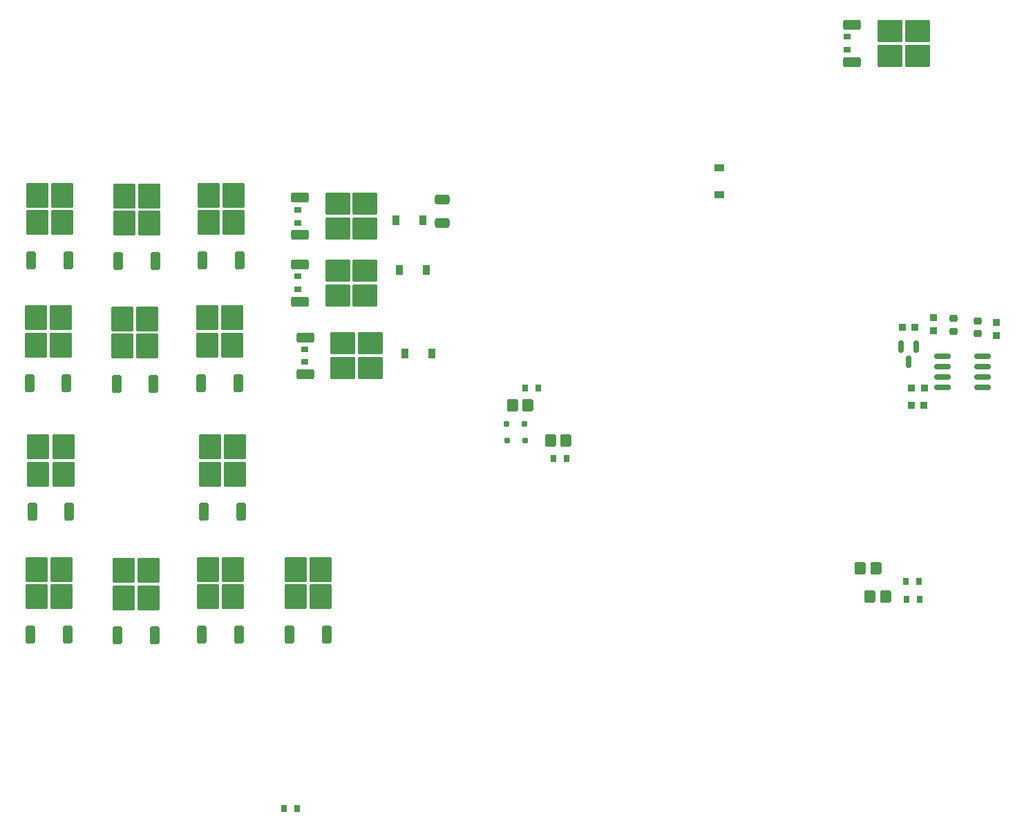
<source format=gbr>
%TF.GenerationSoftware,KiCad,Pcbnew,8.0.8*%
%TF.CreationDate,2026-02-06T22:07:44-05:00*%
%TF.ProjectId,greenecu48,67726565-6e65-4637-9534-382e6b696361,rev?*%
%TF.SameCoordinates,Original*%
%TF.FileFunction,Paste,Top*%
%TF.FilePolarity,Positive*%
%FSLAX46Y46*%
G04 Gerber Fmt 4.6, Leading zero omitted, Abs format (unit mm)*
G04 Created by KiCad (PCBNEW 8.0.8) date 2026-02-06 22:07:44*
%MOMM*%
%LPD*%
G01*
G04 APERTURE LIST*
G04 Aperture macros list*
%AMRoundRect*
0 Rectangle with rounded corners*
0 $1 Rounding radius*
0 $2 $3 $4 $5 $6 $7 $8 $9 X,Y pos of 4 corners*
0 Add a 4 corners polygon primitive as box body*
4,1,4,$2,$3,$4,$5,$6,$7,$8,$9,$2,$3,0*
0 Add four circle primitives for the rounded corners*
1,1,$1+$1,$2,$3*
1,1,$1+$1,$4,$5*
1,1,$1+$1,$6,$7*
1,1,$1+$1,$8,$9*
0 Add four rect primitives between the rounded corners*
20,1,$1+$1,$2,$3,$4,$5,0*
20,1,$1+$1,$4,$5,$6,$7,0*
20,1,$1+$1,$6,$7,$8,$9,0*
20,1,$1+$1,$8,$9,$2,$3,0*%
G04 Aperture macros list end*
%ADD10RoundRect,0.250000X0.350000X-0.850000X0.350000X0.850000X-0.350000X0.850000X-0.350000X-0.850000X0*%
%ADD11RoundRect,0.250000X1.125000X-1.275000X1.125000X1.275000X-1.125000X1.275000X-1.125000X-1.275000X0*%
%ADD12RoundRect,0.070000X0.280000X0.390000X-0.280000X0.390000X-0.280000X-0.390000X0.280000X-0.390000X0*%
%ADD13RoundRect,0.130000X0.520000X0.620000X-0.520000X0.620000X-0.520000X-0.620000X0.520000X-0.620000X0*%
%ADD14RoundRect,0.070000X-0.280000X-0.390000X0.280000X-0.390000X0.280000X0.390000X-0.280000X0.390000X0*%
%ADD15RoundRect,0.090000X0.360000X0.510000X-0.360000X0.510000X-0.360000X-0.510000X0.360000X-0.510000X0*%
%ADD16RoundRect,0.085000X0.340000X0.340000X-0.340000X0.340000X-0.340000X-0.340000X0.340000X-0.340000X0*%
%ADD17RoundRect,0.250000X-0.850000X-0.350000X0.850000X-0.350000X0.850000X0.350000X-0.850000X0.350000X0*%
%ADD18RoundRect,0.250000X-1.275000X-1.125000X1.275000X-1.125000X1.275000X1.125000X-1.275000X1.125000X0*%
%ADD19RoundRect,0.070000X-0.390000X0.280000X-0.390000X-0.280000X0.390000X-0.280000X0.390000X0.280000X0*%
%ADD20RoundRect,0.150000X-0.825000X-0.150000X0.825000X-0.150000X0.825000X0.150000X-0.825000X0.150000X0*%
%ADD21RoundRect,0.060000X-0.240000X0.240000X-0.240000X-0.240000X0.240000X-0.240000X0.240000X0.240000X0*%
%ADD22RoundRect,0.085000X-0.340000X0.340000X-0.340000X-0.340000X0.340000X-0.340000X0.340000X0.340000X0*%
%ADD23RoundRect,0.085000X-0.340000X-0.340000X0.340000X-0.340000X0.340000X0.340000X-0.340000X0.340000X0*%
%ADD24RoundRect,0.218750X-0.256250X0.218750X-0.256250X-0.218750X0.256250X-0.218750X0.256250X0.218750X0*%
%ADD25RoundRect,0.090000X0.510000X-0.360000X0.510000X0.360000X-0.510000X0.360000X-0.510000X-0.360000X0*%
%ADD26RoundRect,0.230000X-0.670000X-0.345000X0.670000X-0.345000X0.670000X0.345000X-0.670000X0.345000X0*%
%ADD27RoundRect,0.150000X-0.150000X0.587500X-0.150000X-0.587500X0.150000X-0.587500X0.150000X0.587500X0*%
%ADD28O,0.000001X0.000001*%
G04 APERTURE END LIST*
D10*
%TO.C,Q906*%
X86748279Y-71657000D03*
D11*
X87503279Y-67032000D03*
X90553279Y-67032000D03*
X87503279Y-63682000D03*
X90553279Y-63682000D03*
D10*
X91308279Y-71657000D03*
%TD*%
%TO.C,Q903*%
X97620000Y-56710000D03*
D11*
X98375000Y-52085000D03*
X101425000Y-52085000D03*
X98375000Y-48735000D03*
X101425000Y-48735000D03*
D10*
X102180000Y-56710000D03*
%TD*%
%TO.C,Q901*%
X86870000Y-102520000D03*
D11*
X87625000Y-97895000D03*
X90675000Y-97895000D03*
X87625000Y-94545000D03*
X90675000Y-94545000D03*
D10*
X91430000Y-102520000D03*
%TD*%
%TO.C,Q902*%
X86960000Y-56610000D03*
D11*
X87715000Y-51985000D03*
X90765000Y-51985000D03*
X87715000Y-48635000D03*
X90765000Y-48635000D03*
D10*
X91520000Y-56610000D03*
%TD*%
D12*
%TO.C,R13*%
X149113000Y-72304452D03*
X147513000Y-72304452D03*
%TD*%
D13*
%TO.C,D11*%
X145950074Y-74371453D03*
X147850095Y-74371453D03*
%TD*%
D14*
%TO.C,R14*%
X150936000Y-80959524D03*
X152536000Y-80959524D03*
%TD*%
D15*
%TO.C,D4*%
X134918000Y-51701000D03*
X131618000Y-51701000D03*
%TD*%
D16*
%TO.C,C2*%
X195275001Y-64810007D03*
X193694999Y-64810007D03*
%TD*%
D17*
%TO.C,Q9*%
X119876000Y-48941000D03*
D18*
X124501000Y-49696000D03*
X124501000Y-52746000D03*
X127851000Y-49696000D03*
X127851000Y-52746000D03*
D17*
X119876000Y-53501000D03*
%TD*%
D13*
%TO.C,D14*%
X189765884Y-97861000D03*
X191665905Y-97861000D03*
%TD*%
D19*
%TO.C,R12*%
X119613928Y-50427000D03*
X119613928Y-52027000D03*
%TD*%
%TO.C,R19*%
X120489928Y-67509000D03*
X120489928Y-69109000D03*
%TD*%
%TO.C,R11*%
X119670928Y-58608000D03*
X119670928Y-60208000D03*
%TD*%
D17*
%TO.C,Q14*%
X119876000Y-57136000D03*
D18*
X124501000Y-57891000D03*
X124501000Y-60941000D03*
X127851000Y-57891000D03*
X127851000Y-60941000D03*
D17*
X119876000Y-61696000D03*
%TD*%
D15*
%TO.C,D5*%
X135337000Y-57809000D03*
X132037000Y-57809000D03*
%TD*%
D20*
%TO.C,U2*%
X198588000Y-68391000D03*
X198588000Y-69661000D03*
X198588000Y-70931000D03*
X198588000Y-72201000D03*
X203538000Y-72201000D03*
X203538000Y-70931000D03*
X203538000Y-69661000D03*
X203538000Y-68391000D03*
%TD*%
D14*
%TO.C,R15*%
X194152000Y-96004072D03*
X195752000Y-96004072D03*
%TD*%
D15*
%TO.C,D3*%
X136081000Y-68041000D03*
X132781000Y-68041000D03*
%TD*%
D17*
%TO.C,Q11*%
X120543000Y-66062000D03*
D18*
X125168000Y-66817000D03*
X125168000Y-69867000D03*
X128518000Y-66817000D03*
X128518000Y-69867000D03*
D17*
X120543000Y-70622000D03*
%TD*%
D21*
%TO.C,D9*%
X145177000Y-76671452D03*
X147377000Y-76671452D03*
%TD*%
D13*
%TO.C,D13*%
X188554979Y-94376000D03*
X190455000Y-94376000D03*
%TD*%
D10*
%TO.C,Q916*%
X118620000Y-102500000D03*
D11*
X119375000Y-97875000D03*
X122425000Y-97875000D03*
X119375000Y-94525000D03*
X122425000Y-94525000D03*
D10*
X123180000Y-102500000D03*
%TD*%
%TO.C,Q904*%
X87081721Y-87473000D03*
D11*
X87836721Y-82848000D03*
X90886721Y-82848000D03*
X87836721Y-79498000D03*
X90886721Y-79498000D03*
D10*
X91641721Y-87473000D03*
%TD*%
D13*
%TO.C,D12*%
X150600884Y-78754452D03*
X152500905Y-78754452D03*
%TD*%
D22*
%TO.C,C3*%
X197535000Y-63673999D03*
X197535000Y-65254001D03*
%TD*%
D23*
%TO.C,C4*%
X194775999Y-74383000D03*
X196356001Y-74383000D03*
%TD*%
D19*
%TO.C,R9*%
X186905000Y-29216000D03*
X186905000Y-30816000D03*
%TD*%
D17*
%TO.C,Q12*%
X187570000Y-27733000D03*
D18*
X192195000Y-28488000D03*
X192195000Y-31538000D03*
X195545000Y-28488000D03*
X195545000Y-31538000D03*
D17*
X187570000Y-32293000D03*
%TD*%
D10*
%TO.C,Q915*%
X107768279Y-71657000D03*
D11*
X108523279Y-67032000D03*
X111573279Y-67032000D03*
X108523279Y-63682000D03*
X111573279Y-63682000D03*
D10*
X112328279Y-71657000D03*
%TD*%
%TO.C,Q913*%
X107980000Y-56610000D03*
D11*
X108735000Y-51985000D03*
X111785000Y-51985000D03*
X108735000Y-48635000D03*
X111785000Y-48635000D03*
D10*
X112540000Y-56610000D03*
%TD*%
%TO.C,Q912*%
X97530000Y-102620000D03*
D11*
X98285000Y-97995000D03*
X101335000Y-97995000D03*
X98285000Y-94645000D03*
X101335000Y-94645000D03*
D10*
X102090000Y-102620000D03*
%TD*%
D24*
%TO.C,L2*%
X202929000Y-64057500D03*
X202929000Y-65632500D03*
%TD*%
D10*
%TO.C,Q905*%
X108101721Y-87473000D03*
D11*
X108856721Y-82848000D03*
X111906721Y-82848000D03*
X108856721Y-79498000D03*
X111906721Y-79498000D03*
D10*
X112661721Y-87473000D03*
%TD*%
%TO.C,Q914*%
X107890000Y-102520000D03*
D11*
X108645000Y-97895000D03*
X111695000Y-97895000D03*
X108645000Y-94545000D03*
X111695000Y-94545000D03*
D10*
X112450000Y-102520000D03*
%TD*%
D25*
%TO.C,D2*%
X171305000Y-48617000D03*
X171305000Y-45317000D03*
%TD*%
D21*
%TO.C,D10*%
X145315000Y-78754452D03*
X147515000Y-78754452D03*
%TD*%
D22*
%TO.C,C1*%
X205223000Y-64242000D03*
X205223000Y-65822002D03*
%TD*%
D24*
%TO.C,L1*%
X199950000Y-63755500D03*
X199950000Y-65330500D03*
%TD*%
D14*
%TO.C,R16*%
X194202000Y-98161000D03*
X195802000Y-98161000D03*
%TD*%
D23*
%TO.C,C5*%
X194842999Y-72297994D03*
X196423001Y-72297994D03*
%TD*%
D10*
%TO.C,Q911*%
X97408279Y-71757000D03*
D11*
X98163279Y-67132000D03*
X101213279Y-67132000D03*
X98163279Y-63782000D03*
X101213279Y-63782000D03*
D10*
X101968279Y-71757000D03*
%TD*%
D26*
%TO.C,F10*%
X137361000Y-49159000D03*
X137361000Y-52059020D03*
%TD*%
D27*
%TO.C,D1*%
X195415000Y-67234000D03*
X193515000Y-67234000D03*
X194465000Y-69109000D03*
%TD*%
D28*
%TO.C,M6*%
X199565666Y-102073501D03*
%TD*%
D12*
%TO.C,R17*%
X119540000Y-123835000D03*
X117940000Y-123835000D03*
%TD*%
M02*

</source>
